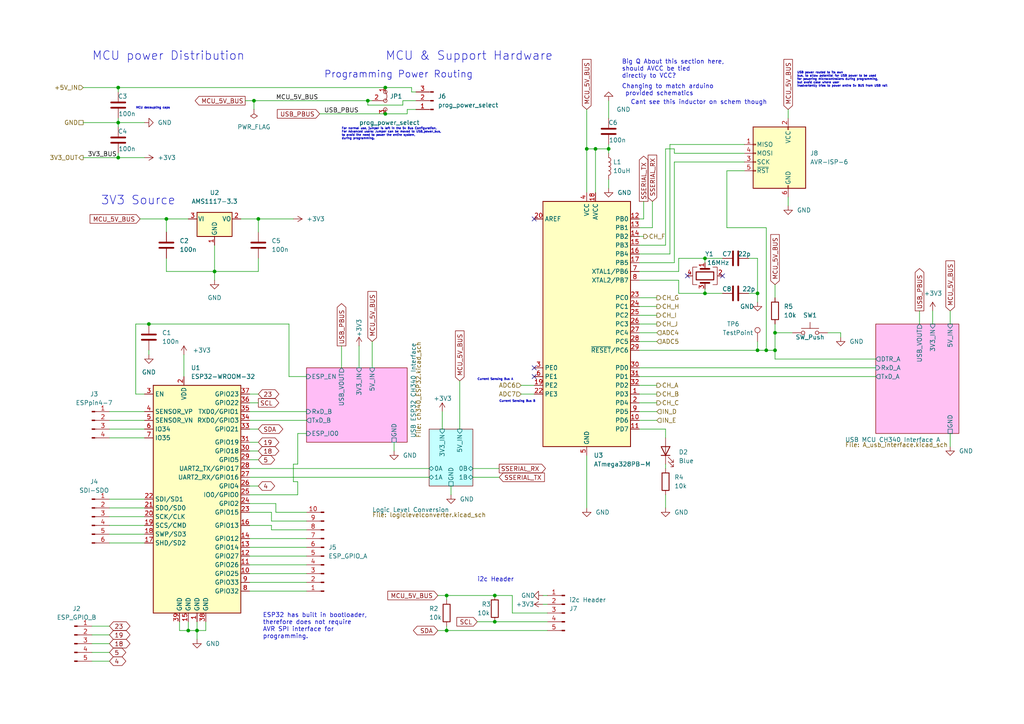
<source format=kicad_sch>
(kicad_sch (version 20211123) (generator eeschema)
  (paper "A4")
  (lib_symbols
    (symbol "000_Capacitor_Film_Immo:cap_film_0805" (pin_numbers hide) (pin_names (offset 0.254))
      (property "Reference" "C" (at 0.635 2.54 0))
      (property "Value" "cap_film_0805" (at 0.635 -2.54 0))
      (symbol "cap_film_0805_1_1"
        (pin passive line (at 0 3.81 270) (length 2.794) (name "~") (number "1"))
        (pin passive line (at 0 -3.81 90) (length 2.794) (name "~") (number "2"))
      )
    )
    (symbol "000_Connectors_Immo:Jumper_3_Bridged12" (pin_names (offset 0) hide)
      (property "Reference" "JP" (at -2.54 -2.54 0))
      (property "Value" "Jumper_3_Bridged12" (at 0 2.794 0))
      (symbol "Jumper_3_Bridged12_1_1"
        (pin passive line (at -3.81 0 0) (length 1.27) (name "A") (number "1"))
        (pin input line (at 0 -3.81 90) (length 2.54) (name "C") (number "2"))
        (pin passive line (at 3.81 0 180) (length 1.27) (name "B") (number "3"))
      )
    )
    (symbol "000_Diodes_Immo:LED_0805_smd" (pin_numbers hide) (pin_names (offset 1.016) hide)
      (property "Reference" "D" (at 0 2.54 0))
      (property "Value" "LED_0805_smd" (at 0 -3.81 0))
      (symbol "LED_0805_smd_1_1"
        (pin passive line (at -3.81 0 0) (length 2.54) (name "K") (number "1"))
        (pin passive line (at 3.81 0 180) (length 2.54) (name "A") (number "2"))
      )
    )
    (symbol "000_MCU_microcontrollers_Immo:ESP32-WROOM-32"
      (property "Reference" "U" (at -12.7 34.29 0))
      (property "Value" "ESP32-WROOM-32" (at 1.27 34.29 0))
      (symbol "ESP32-WROOM-32_1_1"
        (pin power_in line (at 0 -35.56 90) (length 2.54) (name "GND") (number "1"))
        (pin bidirectional line (at 15.24 -21.59 180) (length 2.54) (name "GPIO25") (number "10"))
        (pin bidirectional line (at 15.24 -19.05 180) (length 2.54) (name "GPIO26") (number "11"))
        (pin bidirectional line (at 15.24 -16.51 180) (length 2.54) (name "GPIO27") (number "12"))
        (pin bidirectional line (at 15.24 -13.97 180) (length 2.54) (name "GPIO14") (number "13"))
        (pin bidirectional line (at 15.24 -11.43 180) (length 2.54) (name "GPIO12") (number "14"))
        (pin passive line (at -2.54 -35.56 90) (length 2.54) (name "GND") (number "15"))
        (pin bidirectional line (at 15.24 -7.62 180) (length 2.54) (name "GPIO13") (number "16"))
        (pin bidirectional line (at -15.24 -12.7 0) (length 2.54) (name "SHD/SD2") (number "17"))
        (pin bidirectional line (at -15.24 -10.16 0) (length 2.54) (name "SWP/SD3") (number "18"))
        (pin bidirectional line (at -15.24 -7.62 0) (length 2.54) (name "SCS/CMD") (number "19"))
        (pin power_in line (at -3.81 35.56 270) (length 2.54) (name "VDD") (number "2"))
        (pin bidirectional line (at -15.24 -5.08 0) (length 2.54) (name "SCK/CLK") (number "20"))
        (pin bidirectional line (at -15.24 -2.54 0) (length 2.54) (name "SDO/SD0") (number "21"))
        (pin bidirectional line (at -15.24 0 0) (length 2.54) (name "SDI/SD1") (number "22"))
        (pin bidirectional line (at 15.24 -3.81 180) (length 2.54) (name "GPIO15") (number "23"))
        (pin bidirectional line (at 15.24 -1.27 180) (length 2.54) (name "GPIO2") (number "24"))
        (pin bidirectional line (at 15.24 1.27 180) (length 2.54) (name "IO0/GPIO0") (number "25"))
        (pin bidirectional line (at 15.24 3.81 180) (length 2.54) (name "GPIO4") (number "26"))
        (pin bidirectional line (at 15.24 6.35 180) (length 2.54) (name "UART2_RX/GPIO16") (number "27"))
        (pin bidirectional line (at 15.24 8.89 180) (length 2.54) (name "UART2_TX/GPIO17") (number "28"))
        (pin bidirectional line (at 15.24 11.43 180) (length 2.54) (name "GPIO5") (number "29"))
        (pin input line (at -15.24 30.48 0) (length 2.54) (name "EN") (number "3"))
        (pin bidirectional line (at 15.24 13.97 180) (length 2.54) (name "GPIO18") (number "30"))
        (pin bidirectional line (at 15.24 16.51 180) (length 2.54) (name "GPIO19") (number "31"))
        (pin no_connect line (at -12.7 -27.94 0) (length 2.54) hide (name "NC") (number "32"))
        (pin bidirectional line (at 15.24 20.32 180) (length 2.54) (name "GPIO21") (number "33"))
        (pin bidirectional line (at 15.24 22.86 180) (length 2.54) (name "RXD0/GPIO3") (number "34"))
        (pin bidirectional line (at 15.24 25.4 180) (length 2.54) (name "TXD0/GPIO1") (number "35"))
        (pin bidirectional line (at 15.24 27.94 180) (length 2.54) (name "GPIO22") (number "36"))
        (pin bidirectional line (at 15.24 30.48 180) (length 2.54) (name "GPIO23") (number "37"))
        (pin passive line (at 2.54 -35.56 90) (length 2.54) (name "GND") (number "38"))
        (pin passive line (at -5.08 -35.56 90) (length 2.54) (name "GND") (number "39"))
        (pin input line (at -15.24 25.4 0) (length 2.54) (name "SENSOR_VP") (number "4"))
        (pin input line (at -15.24 22.86 0) (length 2.54) (name "SENSOR_VN") (number "5"))
        (pin input line (at -15.24 20.32 0) (length 2.54) (name "IO34") (number "6"))
        (pin input line (at -15.24 17.78 0) (length 2.54) (name "IO35") (number "7"))
        (pin bidirectional line (at 15.24 -26.67 180) (length 2.54) (name "GPIO32") (number "8"))
        (pin bidirectional line (at 15.24 -24.13 180) (length 2.54) (name "GPIO33") (number "9"))
      )
    )
    (symbol "000_Resistors_Immo:Resistor_0805" (pin_numbers hide) (pin_names (offset 0))
      (property "Reference" "R?" (at 2.54 1.2701 0))
      (property "Value" "Resistor_0805" (at 2.54 -1.2699 0))
      (symbol "Resistor_0805_1_1"
        (pin passive line (at 0 3.81 270) (length 1.27) (name "~") (number "1"))
        (pin passive line (at 0 -3.81 90) (length 1.27) (name "~") (number "2"))
      )
    )
    (symbol "Connector:AVR-ISP-6" (pin_names (offset 1.016))
      (property "Reference" "J" (at -6.35 11.43 0))
      (property "Value" "AVR-ISP-6" (at 0 11.43 0))
      (symbol "AVR-ISP-6_1_1"
        (pin passive line (at 10.16 5.08 180) (length 2.54) (name "MISO") (number "1"))
        (pin passive line (at -2.54 12.7 270) (length 2.54) (name "VCC") (number "2"))
        (pin passive line (at 10.16 0 180) (length 2.54) (name "SCK") (number "3"))
        (pin passive line (at 10.16 2.54 180) (length 2.54) (name "MOSI") (number "4"))
        (pin passive line (at 10.16 -2.54 180) (length 2.54) (name "~{RST}") (number "5"))
        (pin passive line (at -2.54 -10.16 90) (length 2.54) (name "GND") (number "6"))
      )
    )
    (symbol "Connector:Conn_01x03_Male" (pin_names (offset 1.016) hide)
      (property "Reference" "J" (at 0 5.08 0))
      (property "Value" "Conn_01x03_Male" (at 0 -5.08 0))
      (symbol "Conn_01x03_Male_1_1"
        (pin passive line (at 5.08 2.54 180) (length 3.81) (name "Pin_1") (number "1"))
        (pin passive line (at 5.08 0 180) (length 3.81) (name "Pin_2") (number "2"))
        (pin passive line (at 5.08 -2.54 180) (length 3.81) (name "Pin_3") (number "3"))
      )
    )
    (symbol "Connector:Conn_01x04_Male" (pin_names (offset 1.016) hide)
      (property "Reference" "J" (at 0 5.08 0))
      (property "Value" "Conn_01x04_Male" (at 0 -7.62 0))
      (symbol "Conn_01x04_Male_1_1"
        (pin passive line (at 5.08 2.54 180) (length 3.81) (name "Pin_1") (number "1"))
        (pin passive line (at 5.08 0 180) (length 3.81) (name "Pin_2") (number "2"))
        (pin passive line (at 5.08 -2.54 180) (length 3.81) (name "Pin_3") (number "3"))
        (pin passive line (at 5.08 -5.08 180) (length 3.81) (name "Pin_4") (number "4"))
      )
    )
    (symbol "Connector:Conn_01x05_Male" (pin_names (offset 1.016) hide)
      (property "Reference" "J" (at 0 7.62 0))
      (property "Value" "Conn_01x05_Male" (at 0 -7.62 0))
      (symbol "Conn_01x05_Male_1_1"
        (pin passive line (at 5.08 5.08 180) (length 3.81) (name "Pin_1") (number "1"))
        (pin passive line (at 5.08 2.54 180) (length 3.81) (name "Pin_2") (number "2"))
        (pin passive line (at 5.08 0 180) (length 3.81) (name "Pin_3") (number "3"))
        (pin passive line (at 5.08 -2.54 180) (length 3.81) (name "Pin_4") (number "4"))
        (pin passive line (at 5.08 -5.08 180) (length 3.81) (name "Pin_5") (number "5"))
      )
    )
    (symbol "Connector:Conn_01x06_Male" (pin_names (offset 1.016) hide)
      (property "Reference" "J" (at 0 7.62 0))
      (property "Value" "Conn_01x06_Male" (at 0 -10.16 0))
      (symbol "Conn_01x06_Male_1_1"
        (pin passive line (at 5.08 5.08 180) (length 3.81) (name "Pin_1") (number "1"))
        (pin passive line (at 5.08 2.54 180) (length 3.81) (name "Pin_2") (number "2"))
        (pin passive line (at 5.08 0 180) (length 3.81) (name "Pin_3") (number "3"))
        (pin passive line (at 5.08 -2.54 180) (length 3.81) (name "Pin_4") (number "4"))
        (pin passive line (at 5.08 -5.08 180) (length 3.81) (name "Pin_5") (number "5"))
        (pin passive line (at 5.08 -7.62 180) (length 3.81) (name "Pin_6") (number "6"))
      )
    )
    (symbol "Connector:Conn_01x10_Male" (pin_names (offset 1.016) hide)
      (property "Reference" "J" (at 0 12.7 0))
      (property "Value" "Conn_01x10_Male" (at 0 -15.24 0))
      (symbol "Conn_01x10_Male_1_1"
        (pin passive line (at 5.08 10.16 180) (length 3.81) (name "Pin_1") (number "1"))
        (pin passive line (at 5.08 -12.7 180) (length 3.81) (name "Pin_10") (number "10"))
        (pin passive line (at 5.08 7.62 180) (length 3.81) (name "Pin_2") (number "2"))
        (pin passive line (at 5.08 5.08 180) (length 3.81) (name "Pin_3") (number "3"))
        (pin passive line (at 5.08 2.54 180) (length 3.81) (name "Pin_4") (number "4"))
        (pin passive line (at 5.08 0 180) (length 3.81) (name "Pin_5") (number "5"))
        (pin passive line (at 5.08 -2.54 180) (length 3.81) (name "Pin_6") (number "6"))
        (pin passive line (at 5.08 -5.08 180) (length 3.81) (name "Pin_7") (number "7"))
        (pin passive line (at 5.08 -7.62 180) (length 3.81) (name "Pin_8") (number "8"))
        (pin passive line (at 5.08 -10.16 180) (length 3.81) (name "Pin_9") (number "9"))
      )
    )
    (symbol "Connector:TestPoint" (pin_numbers hide) (pin_names (offset 0.762) hide)
      (property "Reference" "TP" (at 0 6.858 0))
      (property "Value" "TestPoint" (at 0 5.08 0))
      (symbol "TestPoint_1_1"
        (pin passive line (at 0 0 90) (length 2.54) (name "1") (number "1"))
      )
    )
    (symbol "Device:Crystal_GND24" (pin_names (offset 1.016) hide)
      (property "Reference" "Y" (at 3.175 5.08 0))
      (property "Value" "Crystal_GND24" (at 3.175 3.175 0))
      (symbol "Crystal_GND24_1_1"
        (pin passive line (at -3.81 0 0) (length 1.27) (name "1") (number "1"))
        (pin passive line (at 0 5.08 270) (length 1.27) (name "2") (number "2"))
        (pin passive line (at 3.81 0 180) (length 1.27) (name "3") (number "3"))
        (pin passive line (at 0 -5.08 90) (length 1.27) (name "4") (number "4"))
      )
    )
    (symbol "Device:L" (pin_numbers hide) (pin_names (offset 1.016) hide)
      (property "Reference" "L" (at -1.27 0 90))
      (property "Value" "L" (at 1.905 0 90))
      (symbol "L_1_1"
        (pin passive line (at 0 3.81 270) (length 1.27) (name "1") (number "1"))
        (pin passive line (at 0 -3.81 90) (length 1.27) (name "2") (number "2"))
      )
    )
    (symbol "MCU_Microchip_ATmega:ATmega328PB-M"
      (property "Reference" "U" (at -12.7 36.83 0))
      (property "Value" "ATmega328PB-M" (at 2.54 -36.83 0))
      (symbol "ATmega328PB-M_1_1"
        (pin bidirectional line (at 15.24 -20.32 180) (length 2.54) (name "PD3") (number "1"))
        (pin bidirectional line (at 15.24 -27.94 180) (length 2.54) (name "PD6") (number "10"))
        (pin bidirectional line (at 15.24 -30.48 180) (length 2.54) (name "PD7") (number "11"))
        (pin bidirectional line (at 15.24 30.48 180) (length 2.54) (name "PB0") (number "12"))
        (pin bidirectional line (at 15.24 27.94 180) (length 2.54) (name "PB1") (number "13"))
        (pin bidirectional line (at 15.24 25.4 180) (length 2.54) (name "PB2") (number "14"))
        (pin bidirectional line (at 15.24 22.86 180) (length 2.54) (name "PB3") (number "15"))
        (pin bidirectional line (at 15.24 20.32 180) (length 2.54) (name "PB4") (number "16"))
        (pin bidirectional line (at 15.24 17.78 180) (length 2.54) (name "PB5") (number "17"))
        (pin power_in line (at 2.54 38.1 270) (length 2.54) (name "AVCC") (number "18"))
        (pin bidirectional line (at -15.24 -17.78 0) (length 2.54) (name "PE2") (number "19"))
        (pin bidirectional line (at 15.24 -22.86 180) (length 2.54) (name "PD4") (number "2"))
        (pin passive line (at -15.24 30.48 0) (length 2.54) (name "AREF") (number "20"))
        (pin passive line (at 0 -38.1 90) (length 2.54) hide (name "GND") (number "21"))
        (pin bidirectional line (at -15.24 -20.32 0) (length 2.54) (name "PE3") (number "22"))
        (pin bidirectional line (at 15.24 7.62 180) (length 2.54) (name "PC0") (number "23"))
        (pin bidirectional line (at 15.24 5.08 180) (length 2.54) (name "PC1") (number "24"))
        (pin bidirectional line (at 15.24 2.54 180) (length 2.54) (name "PC2") (number "25"))
        (pin bidirectional line (at 15.24 0 180) (length 2.54) (name "PC3") (number "26"))
        (pin bidirectional line (at 15.24 -2.54 180) (length 2.54) (name "PC4") (number "27"))
        (pin bidirectional line (at 15.24 -5.08 180) (length 2.54) (name "PC5") (number "28"))
        (pin bidirectional line (at 15.24 -7.62 180) (length 2.54) (name "~{RESET}/PC6") (number "29"))
        (pin bidirectional line (at -15.24 -12.7 0) (length 2.54) (name "PE0") (number "3"))
        (pin bidirectional line (at 15.24 -12.7 180) (length 2.54) (name "PD0") (number "30"))
        (pin bidirectional line (at 15.24 -15.24 180) (length 2.54) (name "PD1") (number "31"))
        (pin bidirectional line (at 15.24 -17.78 180) (length 2.54) (name "PD2") (number "32"))
        (pin passive line (at 0 -38.1 90) (length 2.54) hide (name "GND") (number "33"))
        (pin power_in line (at 0 38.1 270) (length 2.54) (name "VCC") (number "4"))
        (pin power_in line (at 0 -38.1 90) (length 2.54) (name "GND") (number "5"))
        (pin bidirectional line (at -15.24 -15.24 0) (length 2.54) (name "PE1") (number "6"))
        (pin bidirectional line (at 15.24 15.24 180) (length 2.54) (name "XTAL1/PB6") (number "7"))
        (pin bidirectional line (at 15.24 12.7 180) (length 2.54) (name "XTAL2/PB7") (number "8"))
        (pin bidirectional line (at 15.24 -25.4 180) (length 2.54) (name "PD5") (number "9"))
      )
    )
    (symbol "Regulator_Linear:AMS1117-3.3" (pin_names (offset 0.254))
      (property "Reference" "U" (at -3.81 3.175 0))
      (property "Value" "AMS1117-3.3" (at 0 3.175 0))
      (symbol "AMS1117-3.3_1_1"
        (pin power_in line (at 0 -7.62 90) (length 2.54) (name "GND") (number "1"))
        (pin power_out line (at 7.62 0 180) (length 2.54) (name "VO") (number "2"))
        (pin power_in line (at -7.62 0 0) (length 2.54) (name "VI") (number "3"))
      )
    )
    (symbol "Switch:SW_Push" (pin_numbers hide) (pin_names (offset 1.016) hide)
      (property "Reference" "SW" (at 1.27 2.54 0))
      (property "Value" "SW_Push" (at 0 -1.524 0))
      (symbol "SW_Push_0_1"
        (pin passive line (at -5.08 0 0) (length 2.54) (name "1") (number "1"))
        (pin passive line (at 5.08 0 180) (length 2.54) (name "2") (number "2"))
      )
    )
    (symbol "power:+3V3" (power) (pin_names (offset 0))
      (property "Value" "+3V3" (at 0 3.556 0))
      (symbol "+3V3_1_1"
        (pin power_in line (at 0 0 90) (length 0) hide (name "+3V3") (number "1"))
      )
    )
    (symbol "power:GND" (power) (pin_names (offset 0))
      (property "Value" "GND" (at 0 -3.81 0))
      (symbol "GND_1_1"
        (pin power_in line (at 0 0 270) (length 0) hide (name "GND") (number "1"))
      )
    )
    (symbol "power:PWR_FLAG" (power) (pin_numbers hide) (pin_names (offset 0) hide)
      (property "Value" "PWR_FLAG" (at 0 3.81 0))
      (symbol "PWR_FLAG_0_0"
        (pin power_out line (at 0 0 90) (length 0) (name "pwr") (number "1"))
      )
    )
  )
  (junction (at 219.71 101.6))
  (junction (at 222.25 101.6))
  (junction (at 172.72 43.18))
  (junction (at 48.26 63.5))
  (junction (at 143.51 180.34))
  (junction (at 34.29 25.4))
  (junction (at 204.47 85.09))
  (junction (at 54.61 182.88))
  (junction (at 57.15 182.88))
  (junction (at 34.29 35.56))
  (junction (at 73.66 29.21))
  (junction (at 219.71 85.09))
  (junction (at 224.79 101.6))
  (junction (at 74.93 63.5))
  (junction (at 62.23 78.74))
  (junction (at 34.29 45.72))
  (junction (at 176.53 43.18))
  (junction (at 43.18 93.98))
  (junction (at 111.76 25.4))
  (junction (at 204.47 74.93))
  (junction (at 170.18 43.18))
  (junction (at 224.79 96.52))
  (junction (at 106.68 29.21))
  (junction (at 129.54 182.88))
  (junction (at 111.76 33.02))
  (junction (at 143.51 172.72))
  (junction (at 129.54 172.72))
  (no_connect (at 154.94 63.5))
  (no_connect (at 199.39 80.01))
  (no_connect (at 209.55 80.01))
  (no_connect (at 154.94 106.68))
  (no_connect (at 154.94 109.22))
  (wire (pts (xy 185.42 106.68) (xy 254 106.68)))
  (wire (pts (xy 31.75 157.48) (xy 41.91 157.48)))
  (wire (pts (xy 219.71 85.09) (xy 217.17 85.09)))
  (wire (pts (xy 185.42 68.58) (xy 186.69 68.58)))
  (wire (pts (xy 270.51 90.17) (xy 270.51 93.98)))
  (wire (pts (xy 130.81 140.97) (xy 130.81 143.51)))
  (wire (pts (xy 26.67 184.15) (xy 31.75 184.15)))
  (wire (pts (xy 228.6 57.15) (xy 228.6 59.69)))
  (wire (pts (xy 196.85 78.74) (xy 196.85 74.93)))
  (wire (pts (xy 73.66 29.21) (xy 73.66 31.75)))
  (wire (pts (xy 72.39 152.4) (xy 78.74 152.4)))
  (wire (pts (xy 54.61 182.88) (xy 52.07 182.88)))
  (wire (pts (xy 228.6 31.75) (xy 228.6 34.29)))
  (wire (pts (xy 53.34 102.87) (xy 53.34 109.22)))
  (wire (pts (xy 34.29 45.72) (xy 41.91 45.72)))
  (wire (pts (xy 72.39 135.89) (xy 124.46 135.89)))
  (wire (pts (xy 72.39 124.46) (xy 74.93 124.46)))
  (wire (pts (xy 193.04 43.18) (xy 195.58 43.18)))
  (wire (pts (xy 40.64 63.5) (xy 48.26 63.5)))
  (wire (pts (xy 195.58 46.99) (xy 215.9 46.99)))
  (wire (pts (xy 72.39 156.21) (xy 88.9 156.21)))
  (wire (pts (xy 72.39 133.35) (xy 74.93 133.35)))
  (wire (pts (xy 143.51 172.72) (xy 148.59 172.72)))
  (wire (pts (xy 48.26 63.5) (xy 54.61 63.5)))
  (wire (pts (xy 78.74 153.67) (xy 88.9 153.67)))
  (wire (pts (xy 224.79 101.6) (xy 222.25 101.6)))
  (wire (pts (xy 85.09 134.62) (xy 86.36 134.62)))
  (wire (pts (xy 72.39 138.43) (xy 124.46 138.43)))
  (wire (pts (xy 34.29 35.56) (xy 41.91 35.56)))
  (wire (pts (xy 72.39 140.97) (xy 74.93 140.97)))
  (wire (pts (xy 43.18 101.6) (xy 43.18 102.87)))
  (wire (pts (xy 72.39 130.81) (xy 74.93 130.81)))
  (wire (pts (xy 176.53 52.07) (xy 176.53 54.61)))
  (wire (pts (xy 196.85 74.93) (xy 204.47 74.93)))
  (wire (pts (xy 240.03 96.52) (xy 243.84 96.52)))
  (wire (pts (xy 185.42 101.6) (xy 219.71 101.6)))
  (wire (pts (xy 92.71 33.02) (xy 111.76 33.02)))
  (wire (pts (xy 31.75 152.4) (xy 41.91 152.4)))
  (wire (pts (xy 170.18 43.18) (xy 170.18 55.88)))
  (wire (pts (xy 219.71 74.93) (xy 219.71 85.09)))
  (wire (pts (xy 34.29 44.45) (xy 34.29 45.72)))
  (wire (pts (xy 62.23 78.74) (xy 74.93 78.74)))
  (wire (pts (xy 185.42 96.52) (xy 190.5 96.52)))
  (wire (pts (xy 275.59 125.73) (xy 275.59 129.54)))
  (wire (pts (xy 193.04 134.62) (xy 193.04 135.89)))
  (wire (pts (xy 217.17 74.93) (xy 219.71 74.93)))
  (wire (pts (xy 185.42 99.06) (xy 190.5 99.06)))
  (wire (pts (xy 195.58 76.2) (xy 195.58 46.99)))
  (wire (pts (xy 157.48 175.26) (xy 158.75 175.26)))
  (wire (pts (xy 222.25 66.04) (xy 222.25 101.6)))
  (wire (pts (xy 57.15 182.88) (xy 59.69 182.88)))
  (wire (pts (xy 26.67 191.77) (xy 31.75 191.77)))
  (wire (pts (xy 128.27 119.38) (xy 128.27 124.46)))
  (wire (pts (xy 24.13 25.4) (xy 34.29 25.4)))
  (wire (pts (xy 85.09 134.62) (xy 85.09 139.7)))
  (wire (pts (xy 72.39 114.3) (xy 74.93 114.3)))
  (wire (pts (xy 254 104.14) (xy 224.79 104.14)))
  (wire (pts (xy 204.47 83.82) (xy 204.47 85.09)))
  (wire (pts (xy 99.06 100.33) (xy 99.06 106.68)))
  (wire (pts (xy 72.39 171.45) (xy 88.9 171.45)))
  (wire (pts (xy 185.42 91.44) (xy 190.5 91.44)))
  (wire (pts (xy 185.42 119.38) (xy 190.5 119.38)))
  (wire (pts (xy 78.74 152.4) (xy 78.74 153.67)))
  (wire (pts (xy 204.47 85.09) (xy 196.85 85.09)))
  (wire (pts (xy 72.39 143.51) (xy 86.36 143.51)))
  (wire (pts (xy 86.36 134.62) (xy 86.36 125.73)))
  (wire (pts (xy 31.75 127) (xy 41.91 127)))
  (wire (pts (xy 195.58 43.18) (xy 195.58 44.45)))
  (wire (pts (xy 54.61 182.88) (xy 54.61 180.34)))
  (wire (pts (xy 78.74 151.13) (xy 88.9 151.13)))
  (wire (pts (xy 224.79 96.52) (xy 224.79 101.6)))
  (wire (pts (xy 111.76 25.4) (xy 119.38 25.4)))
  (wire (pts (xy 106.68 29.21) (xy 107.95 29.21)))
  (wire (pts (xy 185.42 73.66) (xy 194.31 73.66)))
  (wire (pts (xy 185.42 86.36) (xy 190.5 86.36)))
  (wire (pts (xy 31.75 119.38) (xy 41.91 119.38)))
  (wire (pts (xy 72.39 166.37) (xy 88.9 166.37)))
  (wire (pts (xy 224.79 96.52) (xy 229.87 96.52)))
  (wire (pts (xy 170.18 132.08) (xy 170.18 147.32)))
  (wire (pts (xy 118.11 33.02) (xy 118.11 31.75)))
  (wire (pts (xy 185.42 88.9) (xy 190.5 88.9)))
  (wire (pts (xy 127 182.88) (xy 129.54 182.88)))
  (wire (pts (xy 170.18 43.18) (xy 172.72 43.18)))
  (wire (pts (xy 26.67 189.23) (xy 31.75 189.23)))
  (wire (pts (xy 116.84 30.48) (xy 116.84 29.21)))
  (wire (pts (xy 72.39 119.38) (xy 88.9 119.38)))
  (wire (pts (xy 69.85 63.5) (xy 74.93 63.5)))
  (wire (pts (xy 31.75 144.78) (xy 41.91 144.78)))
  (wire (pts (xy 72.39 121.92) (xy 88.9 121.92)))
  (wire (pts (xy 143.51 180.34) (xy 158.75 180.34)))
  (wire (pts (xy 133.35 110.49) (xy 133.35 124.46)))
  (wire (pts (xy 172.72 55.88) (xy 172.72 43.18)))
  (wire (pts (xy 204.47 74.93) (xy 204.47 76.2)))
  (wire (pts (xy 194.31 41.91) (xy 215.9 41.91)))
  (wire (pts (xy 34.29 25.4) (xy 111.76 25.4)))
  (wire (pts (xy 193.04 43.18) (xy 193.04 71.12)))
  (wire (pts (xy 185.42 111.76) (xy 190.5 111.76)))
  (wire (pts (xy 148.59 172.72) (xy 148.59 177.8)))
  (wire (pts (xy 118.11 31.75) (xy 120.65 31.75)))
  (wire (pts (xy 151.13 111.76) (xy 154.94 111.76)))
  (wire (pts (xy 185.42 76.2) (xy 195.58 76.2)))
  (wire (pts (xy 224.79 101.6) (xy 224.79 104.14)))
  (wire (pts (xy 83.82 109.22) (xy 88.9 109.22)))
  (wire (pts (xy 52.07 182.88) (xy 52.07 180.34)))
  (wire (pts (xy 193.04 127) (xy 193.04 124.46)))
  (wire (pts (xy 137.16 135.89) (xy 144.78 135.89)))
  (wire (pts (xy 210.82 49.53) (xy 210.82 66.04)))
  (wire (pts (xy 26.67 181.61) (xy 31.75 181.61)))
  (wire (pts (xy 176.53 43.18) (xy 176.53 44.45)))
  (wire (pts (xy 138.43 180.34) (xy 143.51 180.34)))
  (wire (pts (xy 185.42 114.3) (xy 190.5 114.3)))
  (wire (pts (xy 72.39 168.91) (xy 88.9 168.91)))
  (wire (pts (xy 193.04 124.46) (xy 185.42 124.46)))
  (wire (pts (xy 111.76 33.02) (xy 118.11 33.02)))
  (wire (pts (xy 72.39 116.84) (xy 74.93 116.84)))
  (wire (pts (xy 185.42 116.84) (xy 190.5 116.84)))
  (wire (pts (xy 24.13 45.72) (xy 34.29 45.72)))
  (wire (pts (xy 193.04 71.12) (xy 185.42 71.12)))
  (wire (pts (xy 210.82 66.04) (xy 222.25 66.04)))
  (wire (pts (xy 74.93 74.93) (xy 74.93 78.74)))
  (wire (pts (xy 116.84 29.21) (xy 120.65 29.21)))
  (wire (pts (xy 219.71 99.06) (xy 219.71 101.6)))
  (wire (pts (xy 41.91 114.3) (xy 39.37 114.3)))
  (wire (pts (xy 106.68 30.48) (xy 116.84 30.48)))
  (wire (pts (xy 104.14 100.33) (xy 104.14 106.68)))
  (wire (pts (xy 219.71 101.6) (xy 222.25 101.6)))
  (wire (pts (xy 185.42 63.5) (xy 186.69 63.5)))
  (wire (pts (xy 172.72 43.18) (xy 176.53 43.18)))
  (wire (pts (xy 185.42 78.74) (xy 196.85 78.74)))
  (wire (pts (xy 34.29 34.29) (xy 34.29 35.56)))
  (wire (pts (xy 243.84 96.52) (xy 243.84 97.79)))
  (wire (pts (xy 31.75 154.94) (xy 41.91 154.94)))
  (wire (pts (xy 72.39 161.29) (xy 88.9 161.29)))
  (wire (pts (xy 74.93 63.5) (xy 85.09 63.5)))
  (wire (pts (xy 86.36 125.73) (xy 88.9 125.73)))
  (wire (pts (xy 204.47 85.09) (xy 209.55 85.09)))
  (wire (pts (xy 72.39 146.05) (xy 80.01 146.05)))
  (wire (pts (xy 78.74 148.59) (xy 78.74 151.13)))
  (wire (pts (xy 57.15 182.88) (xy 54.61 182.88)))
  (wire (pts (xy 34.29 25.4) (xy 34.29 26.67)))
  (wire (pts (xy 72.39 158.75) (xy 88.9 158.75)))
  (wire (pts (xy 62.23 78.74) (xy 48.26 78.74)))
  (wire (pts (xy 71.12 29.21) (xy 73.66 29.21)))
  (wire (pts (xy 189.23 66.04) (xy 185.42 66.04)))
  (wire (pts (xy 127 172.72) (xy 129.54 172.72)))
  (wire (pts (xy 129.54 172.72) (xy 129.54 173.99)))
  (wire (pts (xy 196.85 85.09) (xy 196.85 81.28)))
  (wire (pts (xy 31.75 147.32) (xy 41.91 147.32)))
  (wire (pts (xy 210.82 49.53) (xy 215.9 49.53)))
  (wire (pts (xy 194.31 41.91) (xy 194.31 73.66)))
  (wire (pts (xy 119.38 25.4) (xy 119.38 26.67)))
  (wire (pts (xy 24.13 35.56) (xy 34.29 35.56)))
  (wire (pts (xy 31.75 124.46) (xy 41.91 124.46)))
  (wire (pts (xy 62.23 78.74) (xy 62.23 81.28)))
  (wire (pts (xy 176.53 29.21) (xy 176.53 34.29)))
  (wire (pts (xy 185.42 93.98) (xy 190.5 93.98)))
  (wire (pts (xy 224.79 82.55) (xy 224.79 86.36)))
  (wire (pts (xy 275.59 90.17) (xy 275.59 93.98)))
  (wire (pts (xy 80.01 148.59) (xy 88.9 148.59)))
  (wire (pts (xy 26.67 186.69) (xy 31.75 186.69)))
  (wire (pts (xy 72.39 128.27) (xy 74.93 128.27)))
  (wire (pts (xy 59.69 182.88) (xy 59.69 180.34)))
  (wire (pts (xy 48.26 63.5) (xy 48.26 67.31)))
  (wire (pts (xy 57.15 180.34) (xy 57.15 182.88)))
  (wire (pts (xy 129.54 182.88) (xy 158.75 182.88)))
  (wire (pts (xy 193.04 143.51) (xy 193.04 147.32)))
  (wire (pts (xy 31.75 149.86) (xy 41.91 149.86)))
  (wire (pts (xy 34.29 35.56) (xy 34.29 36.83)))
  (wire (pts (xy 39.37 93.98) (xy 43.18 93.98)))
  (wire (pts (xy 80.01 146.05) (xy 80.01 148.59)))
  (wire (pts (xy 176.53 41.91) (xy 176.53 43.18)))
  (wire (pts (xy 204.47 74.93) (xy 209.55 74.93)))
  (wire (pts (xy 86.36 139.7) (xy 85.09 139.7)))
  (wire (pts (xy 148.59 177.8) (xy 158.75 177.8)))
  (wire (pts (xy 43.18 93.98) (xy 83.82 93.98)))
  (wire (pts (xy 185.42 109.22) (xy 254 109.22)))
  (wire (pts (xy 62.23 71.12) (xy 62.23 78.74)))
  (wire (pts (xy 224.79 96.52) (xy 224.79 93.98)))
  (wire (pts (xy 72.39 163.83) (xy 88.9 163.83)))
  (wire (pts (xy 74.93 63.5) (xy 74.93 67.31)))
  (wire (pts (xy 266.7 90.17) (xy 266.7 93.98)))
  (wire (pts (xy 106.68 29.21) (xy 106.68 30.48)))
  (wire (pts (xy 189.23 58.42) (xy 189.23 66.04)))
  (wire (pts (xy 137.16 138.43) (xy 144.78 138.43)))
  (wire (pts (xy 170.18 31.75) (xy 170.18 43.18)))
  (wire (pts (xy 119.38 26.67) (xy 120.65 26.67)))
  (wire (pts (xy 185.42 121.92) (xy 190.5 121.92)))
  (wire (pts (xy 196.85 81.28) (xy 185.42 81.28)))
  (wire (pts (xy 151.13 114.3) (xy 154.94 114.3)))
  (wire (pts (xy 186.69 63.5) (xy 186.69 58.42)))
  (wire (pts (xy 48.26 74.93) (xy 48.26 78.74)))
  (wire (pts (xy 72.39 148.59) (xy 78.74 148.59)))
  (wire (pts (xy 31.75 121.92) (xy 41.91 121.92)))
  (wire (pts (xy 39.37 114.3) (xy 39.37 93.98)))
  (wire (pts (xy 157.48 172.72) (xy 158.75 172.72)))
  (wire (pts (xy 107.95 106.68) (xy 107.95 99.06)))
  (wire (pts (xy 129.54 172.72) (xy 143.51 172.72)))
  (wire (pts (xy 73.66 29.21) (xy 106.68 29.21)))
  (wire (pts (xy 129.54 181.61) (xy 129.54 182.88)))
  (wire (pts (xy 114.3 128.27) (xy 114.3 130.81)))
  (wire (pts (xy 83.82 93.98) (xy 83.82 109.22)))
  (wire (pts (xy 86.36 143.51) (xy 86.36 139.7)))
  (wire (pts (xy 57.15 182.88) (xy 57.15 185.42)))
  (wire (pts (xy 195.58 44.45) (xy 215.9 44.45)))
  (wire (pts (xy 219.71 85.09) (xy 219.71 87.63)))
  (text "MCU decoupling caps" (at 39.37 31.75 0) (effects (font (size 0.6 0.6)) (justify left bottom)))
  (text "MCU & Support Hardware" (at 111.76 17.78 0) (effects (font (size 2.5 2.5)) (justify left bottom)))
  (text "MCU power Distribution" (at 26.67 17.78 0) (effects (font (size 2.5 2.5)) (justify left bottom)))
  (text "USB power routed to its own\nbus, to allow potential for USB power to be used\nfor powering microcontrollers during programming, \nbut avoid case where user\ninadvertently tries to power entire 5v BUS from USB rail" (at 231.14 25.4 0) (effects (font (size 0.6 0.6)) (justify left bottom)))
  (text "Big Q About this section here,\nshould AVCC be tied \ndirectly to VCC?" (at 180.34 22.86 0) (effects (font (size 1.27 1.27)) (justify left bottom)))
  (text "ESP32 has built in bootloader,\ntherefore does not require\nAVR SPI interface for\nprogramming." (at 76.2 185.42 0) (effects (font (size 1.27 1.27)) (justify left bottom)))
  (text "Cant see this inductor on schem though" (at 182.88 30.48 0) (effects (font (size 1.27 1.27)) (justify left bottom)))
  (text "Current Sensing Bus B" (at 144.78 116.84 0) (effects (font (size 0.6 0.6)) (justify left bottom)))
  (text "Changing to match arduino\n provided schematics" (at 180.34 27.94 0) (effects (font (size 1.27 1.27)) (justify left bottom)))
  (text "For normal use, jumper is left in the 5v Bus Configuration,\nFor Advanced users: Jumper can be moved to USB_power_bus, \nto avoid the need to power the entire system, \nduring programming.\n" (at 99.06 40.64 0) (effects (font (size 0.6 0.6)) (justify left bottom)))
  (text "3V3 Source" (at 29.21 59.69 0) (effects (font (size 2.5 2.5)) (justify left bottom)))
  (text "Current Sensing Bus A" (at 138.43 110.49 0) (effects (font (size 0.6 0.6)) (justify left bottom)))
  (text "Programming Power Routing" (at 93.98 22.86 0) (effects (font (size 2 2)) (justify left bottom)))
  (text "i2c Header" (at 138.43 168.91 0) (effects (font (size 1.27 1.27)) (justify left bottom)))
  (label "MCU_5V_BUS" (at 80.01 29.21 0))
  (label "USB_PBUS" (at 93.98 33.02 0))
  (label "3V3_BUS" (at 25.4 45.72 0))
  (global_label "SDA" (shape bidirectional) (at 74.93 124.46 0) (property "Intersheet References" "${INTERSHEET_REFS}" (effects hide)))
  (global_label "USB_PBUS" (shape output) (at 266.7 90.17 90) (property "Intersheet References" "${INTERSHEET_REFS}" (effects hide)))
  (global_label "5" (shape bidirectional) (at 31.75 189.23 0) (property "Intersheet References" "${INTERSHEET_REFS}" (effects hide)))
  (global_label "SSERIAL_TX" (shape output) (at 186.69 58.42 90) (property "Intersheet References" "${INTERSHEET_REFS}" (effects hide)))
  (global_label "23" (shape bidirectional) (at 74.93 114.3 0) (property "Intersheet References" "${INTERSHEET_REFS}" (effects hide)))
  (global_label "MCU_5V_BUS" (shape input) (at 40.64 63.5 180) (property "Intersheet References" "${INTERSHEET_REFS}" (effects hide)))
  (global_label "SCL" (shape input) (at 138.43 180.34 180) (property "Intersheet References" "${INTERSHEET_REFS}" (effects hide)))
  (global_label "SSERIAL_TX" (shape input) (at 144.78 138.43 0) (property "Intersheet References" "${INTERSHEET_REFS}" (effects hide)))
  (global_label "MCU_5V_BUS" (shape input) (at 228.6 31.75 90) (property "Intersheet References" "${INTERSHEET_REFS}" (effects hide)))
  (global_label "MCU_5V_BUS" (shape input) (at 275.59 90.17 90) (property "Intersheet References" "${INTERSHEET_REFS}" (effects hide)))
  (global_label "MCU_5V_BUS" (shape input) (at 170.18 31.75 90) (property "Intersheet References" "${INTERSHEET_REFS}" (effects hide)))
  (global_label "19" (shape bidirectional) (at 74.93 128.27 0) (property "Intersheet References" "${INTERSHEET_REFS}" (effects hide)))
  (global_label "23" (shape bidirectional) (at 31.75 181.61 0) (property "Intersheet References" "${INTERSHEET_REFS}" (effects hide)))
  (global_label "SSERIAL_RX" (shape input) (at 189.23 58.42 90) (property "Intersheet References" "${INTERSHEET_REFS}" (effects hide)))
  (global_label "SCL" (shape output) (at 74.93 116.84 0) (property "Intersheet References" "${INTERSHEET_REFS}" (effects hide)))
  (global_label "MCU_5V_BUS" (shape input) (at 107.95 99.06 90) (property "Intersheet References" "${INTERSHEET_REFS}" (effects hide)))
  (global_label "4" (shape bidirectional) (at 31.75 191.77 0) (property "Intersheet References" "${INTERSHEET_REFS}" (effects hide)))
  (global_label "MCU_5V_BUS" (shape input) (at 133.35 110.49 90) (property "Intersheet References" "${INTERSHEET_REFS}" (effects hide)))
  (global_label "SSERIAL_RX" (shape output) (at 144.78 135.89 0) (property "Intersheet References" "${INTERSHEET_REFS}" (effects hide)))
  (global_label "19" (shape bidirectional) (at 31.75 184.15 0) (property "Intersheet References" "${INTERSHEET_REFS}" (effects hide)))
  (global_label "SDA" (shape bidirectional) (at 127 182.88 180) (property "Intersheet References" "${INTERSHEET_REFS}" (effects hide)))
  (global_label "USB_PBUS" (shape output) (at 99.06 100.33 90) (property "Intersheet References" "${INTERSHEET_REFS}" (effects hide)))
  (global_label "4" (shape bidirectional) (at 74.93 140.97 0) (property "Intersheet References" "${INTERSHEET_REFS}" (effects hide)))
  (global_label "MCU_5V_BUS" (shape input) (at 127 172.72 180) (property "Intersheet References" "${INTERSHEET_REFS}" (effects hide)))
  (global_label "MCU_5V_BUS" (shape output) (at 71.12 29.21 180) (property "Intersheet References" "${INTERSHEET_REFS}" (effects hide)))
  (global_label "18" (shape bidirectional) (at 31.75 186.69 0) (property "Intersheet References" "${INTERSHEET_REFS}" (effects hide)))
  (global_label "USB_PBUS" (shape input) (at 92.71 33.02 180) (property "Intersheet References" "${INTERSHEET_REFS}" (effects hide)))
  (global_label "MCU_5V_BUS" (shape input) (at 224.79 82.55 90) (property "Intersheet References" "${INTERSHEET_REFS}" (effects hide)))
  (global_label "18" (shape bidirectional) (at 74.93 130.81 0) (property "Intersheet References" "${INTERSHEET_REFS}" (effects hide)))
  (global_label "5" (shape bidirectional) (at 74.93 133.35 0) (property "Intersheet References" "${INTERSHEET_REFS}" (effects hide)))
  (hierarchical_label "CH_B" (shape output) (at 190.5 114.3 0))
  (hierarchical_label "3V3_OUT" (shape output) (at 24.13 45.72 180))
  (hierarchical_label "ADC5" (shape input) (at 190.5 99.06 0))
  (hierarchical_label "ADC4" (shape input) (at 190.5 96.52 0))
  (hierarchical_label "CH_I" (shape output) (at 190.5 91.44 0))
  (hierarchical_label "CH_H" (shape output) (at 190.5 88.9 0))
  (hierarchical_label "IN_D" (shape input) (at 190.5 119.38 0))
  (hierarchical_label "GND" (shape passive) (at 24.13 35.56 180))
  (hierarchical_label "+5V_IN" (shape input) (at 24.13 25.4 180))
  (hierarchical_label "ADC7" (shape input) (at 151.13 114.3 180))
  (hierarchical_label "CH_F" (shape output) (at 186.69 68.58 0))
  (hierarchical_label "ADC6" (shape input) (at 151.13 111.76 180))
  (hierarchical_label "CH_G" (shape output) (at 190.5 86.36 0))
  (hierarchical_label "CH_C" (shape output) (at 190.5 116.84 0))
  (hierarchical_label "CH_A" (shape output) (at 190.5 111.76 0))
  (hierarchical_label "CH_J" (shape output) (at 190.5 93.98 0))
  (hierarchical_label "IN_E" (shape input) (at 190.5 121.92 0))
  (symbol (lib_id "000_Capacitor_Film_Immo:cap_film_0805") (at 176.53 38.1 0) (unit 1)
    (property "Reference" "C6" (at 177.8 35.56 0))
    (property "Value" "100n" (at 179.07 40.64 0))
    (property "Footprint" "Capacitor_SMD:C_0805_2012Metric_Pad1.18x1.45mm_HandSolder" (effects hide))
  )
  (symbol (lib_id "Connector:Conn_01x03_Male") (at 125.73 29.21 180) (unit 1)
    (property "Reference" "J6" (at 127 27.9399 0) (effects (justify right)))
    (property "Value" "prog_power_select" (at 127 30.4799 0) (effects (justify right)))
    (property "Footprint" "Connector_PinHeader_1.27mm:PinHeader_1x03_P1.27mm_Vertical" (effects hide))
  )
  (symbol (lib_id "power:GND") (at 170.18 147.32 0) (unit 1)
    (property "Reference" "#PWR021" (effects hide))
    (property "Value" "GND" (at 172.72 148.5899 0) (effects (justify left)))
  )
  (symbol (lib_id "Regulator_Linear:AMS1117-3.3") (at 62.23 63.5 0) (unit 1)
    (property "Reference" "U2" (at 62.23 55.88 0))
    (property "Value" "AMS1117-3.3" (at 62.23 58.42 0))
    (property "Footprint" "Package_TO_SOT_SMD:TO-252-3_TabPin2" (effects hide))
    (property "Datasheet" "http://www.advanced-monolithic.com/pdf/ds1117.pdf" (effects hide))
  )
  (symbol (lib_id "Switch:SW_Push") (at 234.95 96.52 0) (unit 1)
    (property "Reference" "SW1" (at 234.95 91.44 0))
    (property "Value" "SW_Push" (at 234.95 97.79 0))
    (property "Footprint" "Button_Switch_SMD:SW_SPST_EVQPE1" (effects hide))
  )
  (symbol (lib_id "power:+3V3") (at 53.34 102.87 0) (unit 1)
    (property "Reference" "#PWR09" (effects hide))
    (property "Value" "+3V3" (at 55.88 101.5999 0) (effects (justify left)))
  )
  (symbol (lib_id "power:GND") (at 57.15 185.42 0) (unit 1)
    (property "Reference" "#PWR012" (effects hide))
    (property "Value" "GND" (at 59.69 186.6899 0) (effects (justify left)))
  )
  (symbol (lib_id "000_Capacitor_Film_Immo:cap_film_0805") (at 34.29 40.64 0) (unit 1)
    (property "Reference" "C4" (at 35.56 38.1 0))
    (property "Value" "100n" (at 36.83 43.18 0))
    (property "Footprint" "Capacitor_SMD:C_0805_2012Metric_Pad1.18x1.45mm_HandSolder" (effects hide))
  )
  (symbol (lib_id "power:GND") (at 62.23 81.28 0) (unit 1)
    (property "Reference" "#PWR013" (effects hide))
    (property "Value" "GND" (at 62.23 86.36 0))
  )
  (symbol (lib_id "Connector:Conn_01x06_Male") (at 26.67 149.86 0) (unit 1)
    (property "Reference" "J4" (at 27.305 139.7 0))
    (property "Value" "SDI-SDO" (at 27.305 142.24 0))
    (property "Footprint" "Connector_PinHeader_1.27mm:PinHeader_1x06_P1.27mm_Vertical" (effects hide))
  )
  (symbol (lib_id "000_Resistors_Immo:Resistor_0805") (at 224.79 90.17 0) (unit 1)
    (property "Reference" "R5" (at 227.33 88.8999 0) (effects (justify left)))
    (property "Value" "10k" (at 227.33 91.4399 0) (effects (justify left)))
    (property "Footprint" "Resistor_SMD:R_0805_2012Metric_Pad1.20x1.40mm_HandSolder" (effects hide))
  )
  (symbol (lib_id "Device:Crystal_GND24") (at 204.47 80.01 270) (unit 1)
    (property "Reference" "Y1" (at 205.74 73.66 90))
    (property "Value" "16MHz" (at 208.28 76.2 90))
    (property "Footprint" "Crystal:Crystal_SMD_Abracon_ABM3C-4Pin_5.0x3.2mm" (effects hide))
  )
  (symbol (lib_id "power:GND") (at 114.3 130.81 0) (unit 1)
    (property "Reference" "#PWR016" (effects hide))
    (property "Value" "GND" (at 116.84 132.0799 0) (effects (justify left)))
  )
  (symbol (lib_id "Connector:Conn_01x10_Male") (at 93.98 161.29 180) (unit 1)
    (property "Reference" "J5" (at 95.25 158.7499 0) (effects (justify right)))
    (property "Value" "ESP_GPIO_A" (at 95.25 161.2899 0) (effects (justify right)))
    (property "Footprint" "Connector_PinHeader_1.27mm:PinHeader_1x10_P1.27mm_Vertical" (effects hide))
  )
  (symbol (lib_id "000_Resistors_Immo:Resistor_0805") (at 193.04 139.7 0) (unit 1)
    (property "Reference" "R4" (at 195.58 138.4299 0) (effects (justify left)))
    (property "Value" "10k" (at 195.58 140.9699 0) (effects (justify left)))
    (property "Footprint" "Resistor_SMD:R_0805_2012Metric_Pad1.20x1.40mm_HandSolder" (effects hide))
  )
  (symbol (lib_id "power:GND") (at 275.59 129.54 0) (unit 1)
    (property "Reference" "#PWR028" (effects hide))
    (property "Value" "GND" (at 278.13 130.8099 0) (effects (justify left)))
  )
  (symbol (lib_id "MCU_Microchip_ATmega:ATmega328PB-M") (at 170.18 93.98 0) (unit 1)
    (property "Reference" "U3" (at 172.1994 132.08 0) (effects (justify left)))
    (property "Value" "ATmega328PB-M" (at 172.1994 134.62 0) (effects (justify left)))
    (property "Footprint" "Package_DFN_QFN:QFN-32-1EP_5x5mm_P0.5mm_EP3.1x3.1mm" (effects hide))
    (property "Datasheet" "http://ww1.microchip.com/downloads/en/DeviceDoc/40001906C.pdf" (effects hide))
  )
  (symbol (lib_id "000_Resistors_Immo:Resistor_0805") (at 129.54 177.8 0) (unit 1)
    (property "Reference" "R2" (at 124.46 176.53 0) (effects (justify left)))
    (property "Value" "10k" (at 124.46 179.07 0) (effects (justify left)))
    (property "Footprint" "Resistor_SMD:R_0805_2012Metric_Pad1.20x1.40mm_HandSolder" (effects hide))
  )
  (symbol (lib_id "power:GND") (at 41.91 35.56 90) (unit 1)
    (property "Reference" "#PWR010" (effects hide))
    (property "Value" "GND" (at 45.72 35.5599 90) (effects (justify right)))
  )
  (symbol (lib_id "000_Capacitor_Film_Immo:cap_film_0805") (at 48.26 71.12 0) (unit 1)
    (property "Reference" "C2" (at 52.07 69.8499 0) (effects (justify left)))
    (property "Value" "100n" (at 52.07 72.3899 0) (effects (justify left)))
    (property "Footprint" "Capacitor_SMD:C_0805_2012Metric_Pad1.18x1.45mm_HandSolder" (effects hide))
  )
  (symbol (lib_id "power:PWR_FLAG") (at 73.66 31.75 180) (unit 1)
    (property "Reference" "#FLG02" (effects hide))
    (property "Value" "PWR_FLAG" (at 73.66 36.83 0))
  )
  (symbol (lib_id "power:GND") (at 193.04 147.32 0) (unit 1)
    (property "Reference" "#PWR023" (effects hide))
    (property "Value" "GND" (at 195.58 148.5899 0) (effects (justify left)))
  )
  (symbol (lib_id "power:GND") (at 176.53 29.21 180) (unit 1)
    (property "Reference" "#PWR0101" (effects hide))
    (property "Value" "GND" (at 182.88 31.75 0) (effects (justify left)))
  )
  (symbol (lib_id "power:+3V3") (at 85.09 63.5 270) (unit 1)
    (property "Reference" "#PWR014" (effects hide))
    (property "Value" "+3V3" (at 88.9 63.4999 90) (effects (justify left)))
  )
  (symbol (lib_id "000_Capacitor_Film_Immo:cap_film_0805") (at 213.36 74.93 90) (unit 1)
    (property "Reference" "C7" (at 210.82 73.66 90))
    (property "Value" "22p" (at 215.9 73.66 90))
    (property "Footprint" "Capacitor_SMD:C_0805_2012Metric_Pad1.18x1.45mm_HandSolder" (effects hide))
  )
  (symbol (lib_id "Connector:Conn_01x05_Male") (at 21.59 186.69 0) (unit 1)
    (property "Reference" "J2" (at 22.225 176.53 0))
    (property "Value" "ESP_GPIO_B" (at 22.225 179.07 0))
    (property "Footprint" "Connector_PinHeader_1.27mm:PinHeader_1x05_P1.27mm_Vertical" (effects hide))
  )
  (symbol (lib_id "000_Connectors_Immo:Jumper_3_Bridged12") (at 111.76 29.21 270) (unit 1)
    (property "Reference" "JP1" (at 113.03 27.9399 90) (effects (justify left)))
    (property "Value" "prog_power_select" (at 104.14 35.56 90) (effects (justify left)))
    (property "Footprint" "Jumper:SolderJumper-3_P1.3mm_Bridged12_RoundedPad1.0x1.5mm_NumberLabels" (effects hide))
  )
  (symbol (lib_id "power:+3V3") (at 157.48 175.26 90) (unit 1)
    (property "Reference" "#PWR020" (effects hide))
    (property "Value" "+3V3" (at 154.94 175.26 90) (effects (justify left)))
  )
  (symbol (lib_id "Connector:Conn_01x05_Male") (at 163.83 177.8 0) (mirror y) (unit 1)
    (property "Reference" "J7" (at 165.1 176.5299 0) (effects (justify right)))
    (property "Value" "i2c Header" (at 165.1 173.99 0) (effects (justify right)))
    (property "Footprint" "Connector_PinHeader_1.27mm:PinHeader_2x03_P1.27mm_Vertical" (effects hide))
  )
  (symbol (lib_id "Connector:TestPoint") (at 219.71 99.06 0) (unit 1)
    (property "Reference" "TP6" (at 210.82 93.98 0) (effects (justify left)))
    (property "Value" "TestPoint" (at 209.55 96.52 0) (effects (justify left)))
    (property "Footprint" "TestPoint:TestPoint_Pad_D1.5mm" (effects hide))
  )
  (symbol (lib_id "Device:L") (at 176.53 48.26 0) (unit 1)
    (property "Reference" "L1" (at 177.8 46.9899 0) (effects (justify left)))
    (property "Value" "10uH" (at 177.8 49.5299 0) (effects (justify left)))
    (property "Footprint" "Inductor_SMD:L_0805_2012Metric_Pad1.05x1.20mm_HandSolder" (effects hide))
  )
  (symbol (lib_id "Connector:AVR-ISP-6") (at 226.06 46.99 0) (mirror y) (unit 1)
    (property "Reference" "J8" (at 234.95 44.4499 0) (effects (justify right)))
    (property "Value" "AVR-ISP-6" (at 234.95 46.9899 0) (effects (justify right)))
    (property "Footprint" "Connector_PinHeader_1.27mm:PinHeader_2x03_P1.27mm_Vertical" (effects hide))
    (property "Datasheet" " ~" (effects hide))
  )
  (symbol (lib_id "power:+3V3") (at 128.27 119.38 0) (unit 1)
    (property "Reference" "#PWR017" (effects hide))
    (property "Value" "+3V3" (at 125.73 115.57 0) (effects (justify left)))
  )
  (symbol (lib_id "000_Capacitor_Film_Immo:cap_film_0805") (at 213.36 85.09 90) (unit 1)
    (property "Reference" "C8" (at 210.82 83.82 90))
    (property "Value" "22p" (at 217.17 83.82 90))
    (property "Footprint" "Capacitor_SMD:C_0805_2012Metric_Pad1.18x1.45mm_HandSolder" (effects hide))
  )
  (symbol (lib_id "power:GND") (at 43.18 102.87 0) (unit 1)
    (property "Reference" "#PWR08" (effects hide))
    (property "Value" "GND" (at 43.18 107.95 0))
  )
  (symbol (lib_id "000_Capacitor_Film_Immo:cap_film_0805") (at 74.93 71.12 0) (unit 1)
    (property "Reference" "C5" (at 78.74 69.8499 0) (effects (justify left)))
    (property "Value" "100n" (at 78.74 72.3899 0) (effects (justify left)))
    (property "Footprint" "Capacitor_SMD:C_0805_2012Metric_Pad1.18x1.45mm_HandSolder" (effects hide))
  )
  (symbol (lib_id "000_Capacitor_Film_Immo:cap_film_0805") (at 43.18 97.79 0) (unit 1)
    (property "Reference" "C1" (at 46.99 96.5199 0) (effects (justify left)))
    (property "Value" "100n" (at 46.99 99.0599 0) (effects (justify left)))
    (property "Footprint" "Capacitor_SMD:C_0805_2012Metric_Pad1.18x1.45mm_HandSolder" (effects hide))
  )
  (symbol (lib_id "Connector:Conn_01x04_Male") (at 26.67 121.92 0) (unit 1)
    (property "Reference" "J3" (at 27.305 114.3 0))
    (property "Value" "ESPpin4-7" (at 27.305 116.84 0))
    (property "Footprint" "Connector_PinHeader_1.27mm:PinHeader_1x04_P1.27mm_Vertical" (effects hide))
  )
  (symbol (lib_id "000_Resistors_Immo:Resistor_0805") (at 143.51 176.53 0) (unit 1)
    (property "Reference" "R3" (at 139.7 175.26 0) (effects (justify left)))
    (property "Value" "10k" (at 138.43 177.8 0) (effects (justify left)))
    (property "Footprint" "Resistor_SMD:R_0805_2012Metric_Pad1.20x1.40mm_HandSolder" (effects hide))
  )
  (symbol (lib_id "000_MCU_microcontrollers_Immo:ESP32-WROOM-32") (at 57.15 144.78 0) (unit 1)
    (property "Reference" "U1" (at 55.3594 106.68 0) (effects (justify left)))
    (property "Value" "ESP32-WROOM-32" (at 55.3594 109.22 0) (effects (justify left)))
    (property "Footprint" "RF_Module:ESP32-WROOM-32" (effects hide))
    (property "Datasheet" "https://www.espressif.com/sites/default/files/documentation/esp32-wroom-32_datasheet_en.pdf" (effects hide))
  )
  (symbol (lib_id "power:GND") (at 243.84 97.79 0) (unit 1)
    (property "Reference" "#PWR026" (effects hide))
    (property "Value" "GND" (at 246.38 99.0599 0) (effects (justify left)))
  )
  (symbol (lib_id "power:GND") (at 219.71 87.63 0) (unit 1)
    (property "Reference" "#PWR024" (effects hide))
    (property "Value" "GND" (at 214.63 88.9 0) (effects (justify left)))
  )
  (symbol (lib_id "power:+3V3") (at 104.14 100.33 0) (unit 1)
    (property "Reference" "#PWR015" (effects hide))
    (property "Value" "+3V3" (at 104.14 97.79 90) (effects (justify left)))
  )
  (symbol (lib_id "power:+3V3") (at 41.91 45.72 270) (unit 1)
    (property "Reference" "#PWR011" (effects hide))
    (property "Value" "+3V3" (at 45.72 45.7199 90) (effects (justify left)))
  )
  (symbol (lib_id "000_Capacitor_Film_Immo:cap_film_0805") (at 34.29 30.48 0) (unit 1)
    (property "Reference" "C3" (at 35.56 27.94 0))
    (property "Value" "100n" (at 36.83 33.02 0))
    (property "Footprint" "Capacitor_SMD:C_0805_2012Metric_Pad1.18x1.45mm_HandSolder" (effects hide))
  )
  (symbol (lib_id "power:GND") (at 176.53 54.61 0) (unit 1)
    (property "Reference" "#PWR022" (effects hide))
    (property "Value" "GND" (at 179.07 55.8799 0) (effects (justify left)))
  )
  (symbol (lib_id "power:GND") (at 130.81 143.51 0) (unit 1)
    (property "Reference" "#PWR018" (effects hide))
    (property "Value" "GND" (at 133.35 144.7799 0) (effects (justify left)))
  )
  (symbol (lib_id "power:+3V3") (at 270.51 90.17 0) (unit 1)
    (property "Reference" "#PWR027" (effects hide))
    (property "Value" "+3V3" (at 267.97 85.09 0) (effects (justify left)))
  )
  (symbol (lib_id "power:GND") (at 157.48 172.72 270) (unit 1)
    (property "Reference" "#PWR019" (effects hide))
    (property "Value" "GND" (at 151.13 172.72 90) (effects (justify left)))
  )
  (symbol (lib_id "000_Diodes_Immo:LED_0805_smd") (at 193.04 130.81 90) (unit 1)
    (property "Reference" "D2" (at 196.85 131.1274 90) (effects (justify right)))
    (property "Value" "Blue" (at 196.85 133.6674 90) (effects (justify right)))
    (property "Footprint" "LED_SMD:LED_0805_2012Metric_Pad1.15x1.40mm_HandSolder" (effects hide))
  )
  (symbol (lib_id "power:GND") (at 228.6 59.69 0) (unit 1)
    (property "Reference" "#PWR025" (effects hide))
    (property "Value" "GND" (at 231.14 60.9599 0) (effects (justify left)))
  )
  (sheet (at 124.46 124.46) (size 12.7 16.51) (stroke (width 0.1524)) (fill (color 62 253 255 0.3000))
    (property "Sheet name" "Logic Level Conversion" (at 107.95 148.59 0) (effects (justify left bottom)))
    (property "Sheet file" "logiclevelconverter.kicad_sch" (at 107.95 148.59 0) (effects (justify left top)))
    (pin "5V_IN" input (at 133.35 124.46 90))
    (pin "3V3_IN" input (at 128.27 124.46 90))
    (pin "1B" bidirectional (at 137.16 138.43 0))
    (pin "1A" bidirectional (at 124.46 138.43 180))
    (pin "0B" bidirectional (at 137.16 135.89 0))
    (pin "0A" bidirectional (at 124.46 135.89 180))
    (pin "GND" passive (at 130.81 140.97 270))
  )
  (sheet (at 254 93.98) (size 24.13 31.75) (stroke (width 0.1524)) (fill (color 255 69 219 0.3300))
    (property "Sheet name" "USB MCU CH340 Interface A" (at 245.11 128.27 0) (effects (justify left bottom)))
    (property "Sheet file" "A_usb_interface.kicad_sch" (at 245.11 128.27 0) (effects (justify left top)))
    (pin "USB_VOUT" output (at 266.7 93.98 90))
    (pin "DTR_A" output (at 254 104.14 180))
    (pin "TxD_A" output (at 254 109.22 180))
    (pin "RxD_A" input (at 254 106.68 180))
    (pin "5V_IN" input (at 275.59 93.98 90))
    (pin "3V3_IN" input (at 270.51 93.98 90))
    (pin "GND" passive (at 275.59 125.73 270))
  )
  (sheet (at 88.9 106.68) (size 29.21 21.59) (stroke (width 0.1524)) (fill (color 255 55 228 0.3300))
    (property "Sheet name" "USB ESP32 CH340 Interface " (at 120.65 127 90) (effects (justify left bottom)))
    (property "Sheet file" "ch340_ESP32.kicad_sch" (at 120.65 127 90) (effects (justify left top)))
    (pin "3V3_IN" input (at 104.14 106.68 90))
    (pin "5V_IN" input (at 107.95 106.68 90))
    (pin "USB_VOUT" output (at 99.06 106.68 90))
    (pin "RxD_B" input (at 88.9 119.38 180))
    (pin "TxD_B" output (at 88.9 121.92 180))
    (pin "ESP_EN" input (at 88.9 109.22 180))
    (pin "ESP_IO0" input (at 88.9 125.73 180))
    (pin "GND" passive (at 114.3 128.27 270))
  )
)
</source>
